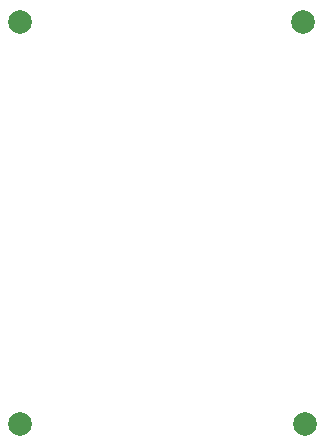
<source format=gbr>
%TF.GenerationSoftware,KiCad,Pcbnew,8.0.5-8.0.5-0~ubuntu20.04.1*%
%TF.CreationDate,2024-10-10T12:20:47-03:00*%
%TF.ProjectId,MicroSD,4d696372-6f53-4442-9e6b-696361645f70,Luis G_mez*%
%TF.SameCoordinates,Original*%
%TF.FileFunction,Soldermask,Bot*%
%TF.FilePolarity,Negative*%
%FSLAX46Y46*%
G04 Gerber Fmt 4.6, Leading zero omitted, Abs format (unit mm)*
G04 Created by KiCad (PCBNEW 8.0.5-8.0.5-0~ubuntu20.04.1) date 2024-10-10 12:20:47*
%MOMM*%
%LPD*%
G01*
G04 APERTURE LIST*
%ADD10C,2.000000*%
G04 APERTURE END LIST*
D10*
%TO.C,H1*%
X103000000Y-103000000D03*
%TD*%
%TO.C,H4*%
X127130000Y-137000000D03*
%TD*%
%TO.C,H3*%
X103000000Y-137000000D03*
%TD*%
%TO.C,H2*%
X127030000Y-103020000D03*
%TD*%
M02*

</source>
